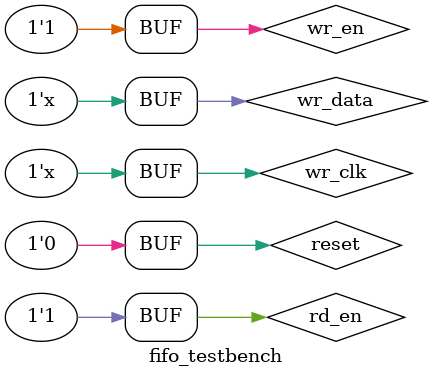
<source format=v>
module fifo_testbench (  );

    /* Parameters */
    
    parameter DATA_WIDTH = 1;
    parameter FIFO_DEPTH = 8;
    
    /* Variables */
    
    reg [DATA_WIDTH - 1 : 0] wr_data = 0;
    reg wr_clk = 0, wr_en = 1;
    
    wire [DATA_WIDTH - 1 : 0] rd_data;
    reg rd_clk = 0, rd_en = 1;
    wire rd_valid;
    
    wire full, empty;
    
    reg reset = 0;
    
    /* Behavioral */
    
    // FIFO module instance
    
    fifo #(
        .DATA_WIDTH(DATA_WIDTH),
        .FIFO_DEPTH(FIFO_DEPTH)
    ) fifo (
        .wr_data(wr_data),
        .wr_clk(wr_clk),
        .wr_en(wr_en),
        .rd_data(rd_data),
        .rd_clk(rd_clk),
        .rd_en(rd_en),
        .rd_valid(rd_valid),
        .full(full),
        .empty(empty),
        .reset(reset)
    );
    
    // Write Clock Generation
    
    always
        #5 wr_clk = !wr_clk;
        
    // Write Data Generation
    
    always
        #10 wr_data = !wr_data;
            
    // Read Clock Generation   
    
    always
        #3 rd_clk = !rd_clk & !full;
        
    // Reset Generation
    
    initial begin
        #2 reset = 1;
        #2 reset = 0;
    end 


endmodule
</source>
